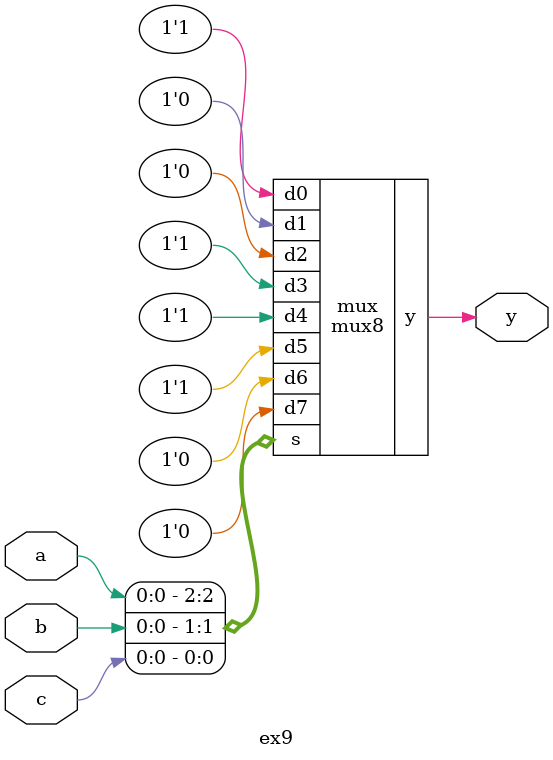
<source format=sv>
module mux8 (
	input logic [2:0] s,
	input logic d0, d1, d2, d3, d4, d5, d6, d7,
	output logic y
);
	always_comb 
	case (s)
		3'd0: y = d0;
		3'd1: y = d1;
		3'd2: y = d2;
		3'd3: y = d3;
		3'd4: y = d4;
		3'd5: y = d5;
		3'd6: y = d6;
		3'd7: y = d7;
		default: y = 'b0; 
	endcase
		
	
endmodule

module ex9 (
	input logic a, b, c,
	output logic y
);

	mux8 mux(
		{a, b, c}, 
		1'b1,
		1'b0,
		1'b0,
		1'b1,
		1'b1,
		1'b1,
		1'b0,
		1'b0,
		y
	);
	
endmodule
</source>
